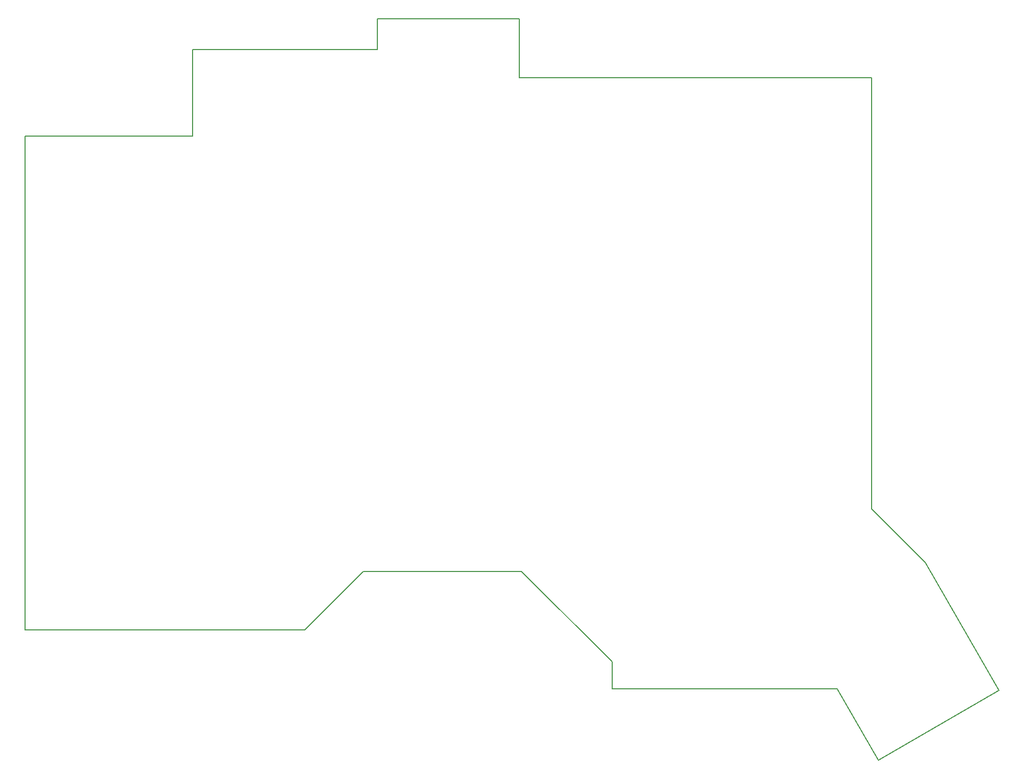
<source format=gm1>
G04 #@! TF.GenerationSoftware,KiCad,Pcbnew,(5.0.0)*
G04 #@! TF.CreationDate,2019-05-29T22:18:10-05:00*
G04 #@! TF.ProjectId,PCB,5043422E6B696361645F706362000000,rev?*
G04 #@! TF.SameCoordinates,Original*
G04 #@! TF.FileFunction,Profile,NP*
%FSLAX46Y46*%
G04 Gerber Fmt 4.6, Leading zero omitted, Abs format (unit mm)*
G04 Created by KiCad (PCBNEW (5.0.0)) date 05/29/19 22:18:10*
%MOMM*%
%LPD*%
G01*
G04 APERTURE LIST*
%ADD10C,0.150000*%
G04 APERTURE END LIST*
D10*
X192849997Y-132949997D02*
X207560000Y-147660000D01*
X167200000Y-132950000D02*
X169090000Y-132950000D01*
X157680000Y-142470000D02*
X167200000Y-132950000D01*
X112299999Y-142470000D02*
X157680987Y-142470000D01*
X112300000Y-142470009D02*
X112300000Y-62309372D01*
X169041057Y-132950000D02*
X192850008Y-132950000D01*
X250790000Y-163590000D02*
X244090000Y-151990000D01*
X207559999Y-151990000D02*
X244090003Y-151990000D01*
X207560000Y-147659585D02*
X207560000Y-151990000D01*
X270350000Y-152310000D02*
X250790000Y-163590000D01*
X258370000Y-131560000D02*
X270350000Y-152310000D01*
X249640000Y-122830000D02*
X258370000Y-131560000D01*
X249640000Y-52830000D02*
X249640000Y-122830000D01*
X192500000Y-52830000D02*
X249640000Y-52830000D01*
X192500000Y-43270000D02*
X192500000Y-52830000D01*
X169510000Y-43270000D02*
X192500000Y-43270000D01*
X169510000Y-48250000D02*
X169510000Y-43270000D01*
X139510000Y-48250000D02*
X169510000Y-48250000D01*
X139510000Y-62310000D02*
X139510000Y-48250000D01*
X112299999Y-62310000D02*
X139510000Y-62310000D01*
M02*

</source>
